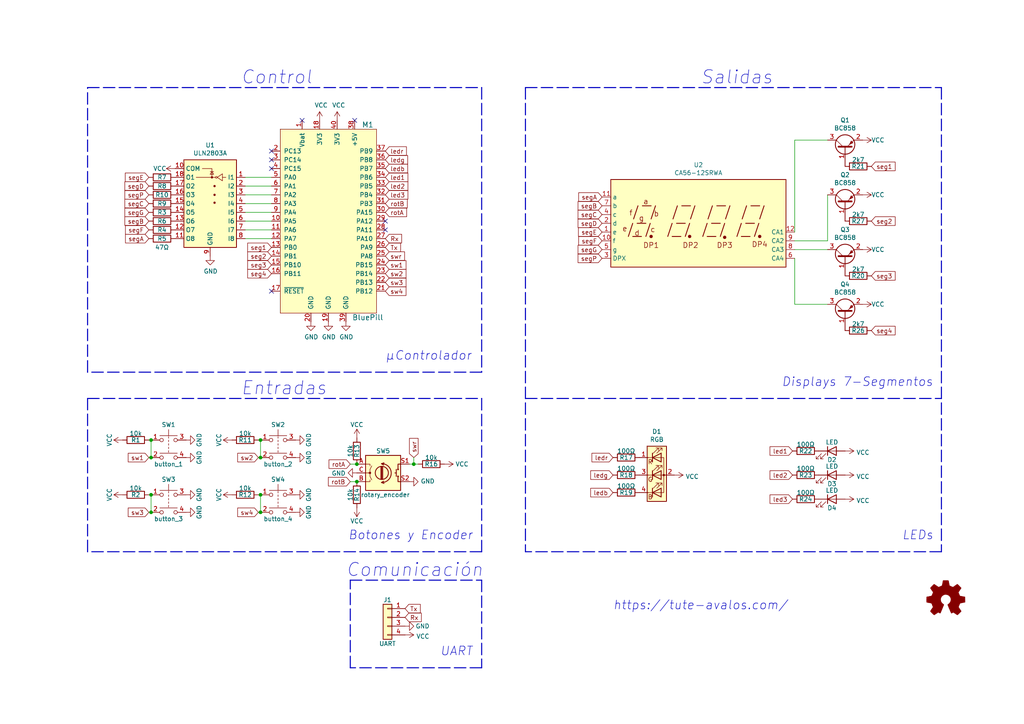
<source format=kicad_sch>
(kicad_sch (version 20231120) (generator "eeschema") (generator_version "8.0")
  (paper "A4")
  (title_block (title "STM32-BluePill Digital I/O Board") (date "2021-08-04") (rev "v3.2") (company "Electrónica + Programación + GNU/Linux") (comment 3 "MIT License (https://opensource.org/licenses/MIT)") (comment 4 "Author: Matías S. Ávalos (msavalos@gmail.com)"))
  (lib_symbols
    (symbol "Connector_Generic:Conn_01x04" (pin_names (offset 1.016) hide)
      (property "Reference" "J" (at 0 5.08 0))
      (property "Value" "Conn_01x04" (at 0 -7.62 0))
      (symbol "Conn_01x04_1_1"
        (pin passive line (at -5.08 2.54 0) (length 3.81) (name "Pin_1") (number "1"))
        (pin passive line (at -5.08 0 0) (length 3.81) (name "Pin_2") (number "2"))
        (pin passive line (at -5.08 -2.54 0) (length 3.81) (name "Pin_3") (number "3"))
        (pin passive line (at -5.08 -5.08 0) (length 3.81) (name "Pin_4") (number "4"))
      )
    )
    (symbol "Device:LED" (pin_numbers hide) (pin_names (offset 1.016) hide)
      (property "Reference" "D" (at 0 2.54 0))
      (property "Value" "LED" (at 0 -2.54 0))
      (symbol "LED_1_1"
        (pin passive line (at -3.81 0 0) (length 2.54) (name "K") (number "1"))
        (pin passive line (at 3.81 0 180) (length 2.54) (name "A") (number "2"))
      )
    )
    (symbol "Device:LED_RAGB" (pin_names (offset 0) hide)
      (property "Reference" "D" (at 0 9.398 0))
      (property "Value" "LED_RAGB" (at 0 -8.89 0))
      (symbol "LED_RAGB_0_0"
        (text "B" (at -1.905 -6.35 0) (effects (font (size 1.27 1.27))))
        (text "G" (at -1.905 -1.27 0) (effects (font (size 1.27 1.27))))
        (text "R" (at -1.905 3.81 0) (effects (font (size 1.27 1.27))))
      )
      (symbol "LED_RAGB_1_1"
        (pin passive line (at -5.08 5.08 0) (length 2.54) (name "RK") (number "1"))
        (pin passive line (at 5.08 0 180) (length 2.54) (name "A") (number "2"))
        (pin passive line (at -5.08 0 0) (length 2.54) (name "GK") (number "3"))
        (pin passive line (at -5.08 -5.08 0) (length 2.54) (name "BK") (number "4"))
      )
    )
    (symbol "Device:R" (pin_numbers hide) (pin_names (offset 0))
      (property "Reference" "R" (at 2.032 0 90))
      (property "Value" "R" (at 0 0 90))
      (symbol "R_1_1"
        (pin passive line (at 0 3.81 270) (length 1.27) (name "~") (number "1"))
        (pin passive line (at 0 -3.81 90) (length 1.27) (name "~") (number "2"))
      )
    )
    (symbol "Display_Character:CA56-12SRWA"
      (property "Reference" "U" (at -24.13 13.97 0))
      (property "Value" "CA56-12SRWA" (at 17.78 13.97 0))
      (symbol "CA56-12SRWA_0_0"
        (text "a" (at -15.24 6.35 0) (effects (font (size 1.524 1.524))))
        (text "b" (at -12.192 2.794 0) (effects (font (size 1.524 1.524))))
        (text "c" (at -13.208 -1.778 0) (effects (font (size 1.524 1.524))))
        (text "d" (at -17.78 -2.794 0) (effects (font (size 1.524 1.524))))
        (text "DP1" (at -13.716 -6.35 0) (effects (font (size 1.524 1.524))))
        (text "DP2" (at -2.286 -6.35 0) (effects (font (size 1.524 1.524))))
        (text "DP3" (at 7.62 -6.35 0) (effects (font (size 1.524 1.524))))
        (text "DP4" (at 17.78 -6.096 0) (effects (font (size 1.524 1.524))))
        (text "e" (at -21.336 -1.524 0) (effects (font (size 1.524 1.524))))
        (text "f" (at -19.558 3.048 0) (effects (font (size 1.524 1.524))))
        (text "g" (at -16.51 1.524 0) (effects (font (size 1.524 1.524))))
      )
      (symbol "CA56-12SRWA_1_1"
        (pin input line (at -27.94 -2.54 0) (length 2.54) (name "e") (number "1"))
        (pin input line (at -27.94 -5.08 0) (length 2.54) (name "f") (number "10"))
        (pin input line (at -27.94 7.62 0) (length 2.54) (name "a") (number "11"))
        (pin input line (at 27.94 -2.54 180) (length 2.54) (name "CA1") (number "12"))
        (pin input line (at -27.94 0 0) (length 2.54) (name "d") (number "2"))
        (pin input line (at -27.94 -10.16 0) (length 2.54) (name "DPX") (number "3"))
        (pin input line (at -27.94 2.54 0) (length 2.54) (name "c") (number "4"))
        (pin input line (at -27.94 -7.62 0) (length 2.54) (name "g") (number "5"))
        (pin input line (at 27.94 -10.16 180) (length 2.54) (name "CA4") (number "6"))
        (pin input line (at -27.94 5.08 0) (length 2.54) (name "b") (number "7"))
        (pin input line (at 27.94 -7.62 180) (length 2.54) (name "CA3") (number "8"))
        (pin input line (at 27.94 -5.08 180) (length 2.54) (name "CA2") (number "9"))
      )
    )
    (symbol "Graphic:Logo_Open_Hardware_Small" (in_bom no) (on_board no))
    (symbol "Switch:SW_Push_Dual" (pin_names (offset 1.016) hide)
      (property "Reference" "SW" (at 1.27 2.54 0))
      (property "Value" "SW_Push_Dual" (at 0 -6.858 0))
      (symbol "SW_Push_Dual_0_1"
        (pin passive line (at -5.08 0 0) (length 2.54) (name "1") (number "1"))
        (pin passive line (at -5.08 -5.08 0) (length 2.54) (name "2") (number "2"))
        (pin passive line (at 5.08 0 180) (length 2.54) (name "3") (number "3"))
        (pin passive line (at 5.08 -5.08 180) (length 2.54) (name "4") (number "4"))
      )
    )
    (symbol "Transistor_Array:ULN2803A"
      (property "Reference" "U" (at 0 13.335 0))
      (property "Value" "ULN2803A" (at 0 11.43 0))
      (symbol "ULN2803A_1_1"
        (pin input line (at -10.16 5.08 0) (length 2.54) (name "I1") (number "1"))
        (pin passive line (at 10.16 7.62 180) (length 2.54) (name "COM") (number "10"))
        (pin open_collector line (at 10.16 -12.7 180) (length 2.54) (name "O8") (number "11"))
        (pin open_collector line (at 10.16 -10.16 180) (length 2.54) (name "O7") (number "12"))
        (pin open_collector line (at 10.16 -7.62 180) (length 2.54) (name "O6") (number "13"))
        (pin open_collector line (at 10.16 -5.08 180) (length 2.54) (name "O5") (number "14"))
        (pin open_collector line (at 10.16 -2.54 180) (length 2.54) (name "O4") (number "15"))
        (pin open_collector line (at 10.16 0 180) (length 2.54) (name "O3") (number "16"))
        (pin open_collector line (at 10.16 2.54 180) (length 2.54) (name "O2") (number "17"))
        (pin open_collector line (at 10.16 5.08 180) (length 2.54) (name "O1") (number "18"))
        (pin input line (at -10.16 2.54 0) (length 2.54) (name "I2") (number "2"))
        (pin input line (at -10.16 0 0) (length 2.54) (name "I3") (number "3"))
        (pin input line (at -10.16 -2.54 0) (length 2.54) (name "I4") (number "4"))
        (pin input line (at -10.16 -5.08 0) (length 2.54) (name "I5") (number "5"))
        (pin input line (at -10.16 -7.62 0) (length 2.54) (name "I6") (number "6"))
        (pin input line (at -10.16 -10.16 0) (length 2.54) (name "I7") (number "7"))
        (pin input line (at -10.16 -12.7 0) (length 2.54) (name "I8") (number "8"))
        (pin power_in line (at 0 -17.78 90) (length 2.54) (name "GND") (number "9"))
      )
    )
    (symbol "Transistor_BJT:BC858" (pin_names (offset 0) hide)
      (property "Reference" "Q" (at 5.08 1.905 0))
      (property "Value" "BC858" (at 5.08 0 0))
      (symbol "BC858_1_1"
        (pin input line (at -5.08 0 0) (length 5.715) (name "B") (number "1"))
        (pin passive line (at 2.54 -5.08 90) (length 2.54) (name "E") (number "2"))
        (pin passive line (at 2.54 5.08 270) (length 2.54) (name "C") (number "3"))
      )
    )
    (symbol "bluepill:BluePill" (pin_names (offset 1.016))
      (property "Reference" "M" (at 10.16 27.94 0))
      (property "Value" "BluePill" (at 10.16 -27.94 0))
      (symbol "BluePill_0_0"
        (pin power_in line (at -5.08 -29.21 90) (length 2.54) (name "GND") (number "20"))
        (pin power_in line (at 5.08 -29.21 90) (length 2.54) (name "GND") (number "39"))
        (pin power_out line (at 2.54 29.21 270) (length 2.54) (name "3V3") (number "40"))
      )
      (symbol "BluePill_1_1"
        (pin power_in line (at -7.62 29.21 270) (length 2.54) (name "Vbat") (number "1"))
        (pin bidirectional line (at -16.51 0 0) (length 2.54) (name "PA5") (number "10"))
        (pin bidirectional line (at -16.51 -2.54 0) (length 2.54) (name "PA6") (number "11"))
        (pin bidirectional line (at -16.51 -5.08 0) (length 2.54) (name "PA7") (number "12"))
        (pin bidirectional line (at -16.51 -7.62 0) (length 2.54) (name "PB0") (number "13"))
        (pin bidirectional line (at -16.51 -10.16 0) (length 2.54) (name "PB1") (number "14"))
        (pin bidirectional line (at -16.51 -12.7 0) (length 2.54) (name "PB10") (number "15"))
        (pin bidirectional line (at -16.51 -15.24 0) (length 2.54) (name "PB11") (number "16"))
        (pin input line (at -16.51 -20.32 0) (length 2.54) (name "~{RESET}") (number "17"))
        (pin power_out line (at -2.54 29.21 270) (length 2.54) (name "3V3") (number "18"))
        (pin power_in line (at 0 -29.21 90) (length 2.54) (name "GND") (number "19"))
        (pin bidirectional line (at -16.51 20.32 0) (length 2.54) (name "PC13") (number "2"))
        (pin bidirectional line (at 16.51 -20.32 180) (length 2.54) (name "PB12") (number "21"))
        (pin bidirectional line (at 16.51 -17.78 180) (length 2.54) (name "PB13") (number "22"))
        (pin bidirectional line (at 16.51 -15.24 180) (length 2.54) (name "PB14") (number "23"))
        (pin bidirectional line (at 16.51 -12.7 180) (length 2.54) (name "PB15") (number "24"))
        (pin bidirectional line (at 16.51 -10.16 180) (length 2.54) (name "PA8") (number "25"))
        (pin bidirectional line (at 16.51 -7.62 180) (length 2.54) (name "PA9") (number "26"))
        (pin bidirectional line (at 16.51 -5.08 180) (length 2.54) (name "PA10") (number "27"))
        (pin bidirectional line (at 16.51 -2.54 180) (length 2.54) (name "PA11") (number "28"))
        (pin bidirectional line (at 16.51 0 180) (length 2.54) (name "PA12") (number "29"))
        (pin bidirectional line (at -16.51 17.78 0) (length 2.54) (name "PC14") (number "3"))
        (pin bidirectional line (at 16.51 2.54 180) (length 2.54) (name "PA15") (number "30"))
        (pin bidirectional line (at 16.51 5.08 180) (length 2.54) (name "PB3") (number "31"))
        (pin bidirectional line (at 16.51 7.62 180) (length 2.54) (name "PB4") (number "32"))
        (pin bidirectional line (at 16.51 10.16 180) (length 2.54) (name "PB5") (number "33"))
        (pin bidirectional line (at 16.51 12.7 180) (length 2.54) (name "PB6") (number "34"))
        (pin bidirectional line (at 16.51 15.24 180) (length 2.54) (name "PB7") (number "35"))
        (pin bidirectional line (at 16.51 17.78 180) (length 2.54) (name "PB8") (number "36"))
        (pin bidirectional line (at 16.51 20.32 180) (length 2.54) (name "PB9") (number "37"))
        (pin power_out line (at 7.62 29.21 270) (length 2.54) (name "+5V") (number "38"))
        (pin bidirectional line (at -16.51 15.24 0) (length 2.54) (name "PC15") (number "4"))
        (pin bidirectional line (at -16.51 12.7 0) (length 2.54) (name "PA0") (number "5"))
        (pin bidirectional line (at -16.51 10.16 0) (length 2.54) (name "PA1") (number "6"))
        (pin bidirectional line (at -16.51 7.62 0) (length 2.54) (name "PA2") (number "7"))
        (pin bidirectional line (at -16.51 5.08 0) (length 2.54) (name "PA3") (number "8"))
        (pin bidirectional line (at -16.51 2.54 0) (length 2.54) (name "PA4") (number "9"))
      )
    )
    (symbol "stm32io_mod-rescue:GND-power" (power) (pin_names (offset 0))
      (property "Value" "power_GND" (at 0 -3.81 0))
      (symbol "GND-power_1_1"
        (pin power_in line (at 0 0 270) (length 0) hide (name "GND") (number "1"))
      )
    )
    (symbol "stm32io_mod-rescue:Rotary_Encoder_Switch-Device" (pin_names (offset 0.254) hide)
      (property "Reference" "SW" (at 0 6.604 0))
      (property "Value" "Device_Rotary_Encoder_Switch" (at 0 -6.604 0))
      (symbol "Rotary_Encoder_Switch-Device_1_1"
        (pin passive line (at -7.62 2.54 0) (length 2.54) (name "A") (number "A"))
        (pin passive line (at -7.62 -2.54 0) (length 2.54) (name "B") (number "B"))
        (pin passive line (at -7.62 0 0) (length 2.54) (name "C") (number "C"))
        (pin passive line (at 7.62 2.54 180) (length 2.54) (name "S1") (number "S1"))
        (pin passive line (at 7.62 -2.54 180) (length 2.54) (name "S2") (number "S2"))
      )
    )
    (symbol "stm32io_mod-rescue:VCC-power" (power) (pin_names (offset 0))
      (property "Value" "power_VCC" (at 0 3.81 0))
      (symbol "VCC-power_1_1"
        (pin power_in line (at 0 0 90) (length 0) hide (name "VCC") (number "1"))
      )
    )
  )
  (junction (at 75.565 132.715))
  (junction (at 75.565 148.59))
  (junction (at 43.815 143.51))
  (junction (at 75.565 143.51))
  (junction (at 75.565 127.635))
  (junction (at 43.815 127.635))
  (junction (at 43.815 132.715))
  (junction (at 103.505 134.62))
  (junction (at 120.015 134.62))
  (junction (at 103.505 139.7))
  (junction (at 43.815 148.59))
  (no_connect (at 87.63 34.925))
  (no_connect (at 111.76 64.135))
  (no_connect (at 111.76 66.675))
  (no_connect (at 78.74 43.815))
  (no_connect (at 102.87 34.925))
  (no_connect (at 78.74 84.455))
  (no_connect (at 78.74 46.355))
  (no_connect (at 78.74 48.895))
  (wire (pts (xy 43.815 143.51) (xy 43.18 143.51)))
  (polyline (pts (xy 152.4 115.57) (xy 273.05 115.57)) (stroke (width 0.3048) (type dash)))
  (polyline (pts (xy 273.05 160.02) (xy 152.4 160.02)) (stroke (width 0.3048) (type dash)))
  (wire (pts (xy 120.015 132.715) (xy 120.015 134.62)))
  (wire (pts (xy 43.18 132.715) (xy 43.815 132.715)))
  (wire (pts (xy 71.12 69.215) (xy 78.74 69.215)))
  (wire (pts (xy 71.12 59.055) (xy 78.74 59.055)))
  (polyline (pts (xy 25.4 25.4) (xy 139.7 25.4)) (stroke (width 0.3048) (type dash)))
  (wire (pts (xy 43.815 148.59) (xy 43.18 148.59)))
  (polyline (pts (xy 152.4 25.4) (xy 273.05 25.4)) (stroke (width 0.3048) (type dash)))
  (wire (pts (xy 240.03 88.265) (xy 230.505 88.265)))
  (polyline (pts (xy 139.7 107.95) (xy 25.4 107.95)) (stroke (width 0.3048) (type dash)))
  (polyline (pts (xy 25.4 115.57) (xy 139.7 115.57)) (stroke (width 0.3048) (type dash)))
  (wire (pts (xy 230.505 74.93) (xy 230.505 88.265)))
  (polyline (pts (xy 101.6 168.275) (xy 139.7 168.275)) (stroke (width 0.3048) (type dash)))
  (wire (pts (xy 101.6 134.62) (xy 103.505 134.62)))
  (wire (pts (xy 75.565 132.715) (xy 74.93 132.715)))
  (wire (pts (xy 71.12 64.135) (xy 78.74 64.135)))
  (polyline (pts (xy 139.7 25.4) (xy 139.7 107.95)) (stroke (width 0.3048) (type dash)))
  (polyline (pts (xy 101.6 193.675) (xy 101.6 168.275)) (stroke (width 0.3048) (type dash)))
  (wire (pts (xy 230.505 69.85) (xy 240.03 69.85)))
  (wire (pts (xy 75.565 132.715) (xy 75.565 127.635)))
  (wire (pts (xy 230.505 72.39) (xy 240.03 72.39)))
  (wire (pts (xy 75.565 127.635) (xy 74.93 127.635)))
  (polyline (pts (xy 152.4 25.4) (xy 152.4 160.02)) (stroke (width 0.3048) (type dash)))
  (polyline (pts (xy 25.4 160.02) (xy 25.4 115.57)) (stroke (width 0.3048) (type dash)))
  (wire (pts (xy 230.505 40.64) (xy 230.505 67.31)))
  (wire (pts (xy 75.565 143.51) (xy 75.565 148.59)))
  (polyline (pts (xy 25.4 107.95) (xy 25.4 25.4)) (stroke (width 0.3048) (type dash)))
  (wire (pts (xy 71.12 53.975) (xy 78.74 53.975)))
  (wire (pts (xy 71.12 61.595) (xy 78.74 61.595)))
  (wire (pts (xy 78.74 56.515) (xy 71.12 56.515)))
  (wire (pts (xy 240.03 56.515) (xy 240.03 69.85)))
  (wire (pts (xy 75.565 143.51) (xy 74.93 143.51)))
  (polyline (pts (xy 139.7 193.675) (xy 101.6 193.675)) (stroke (width 0.3048) (type dash)))
  (wire (pts (xy 71.12 51.435) (xy 78.74 51.435)))
  (wire (pts (xy 120.015 134.62) (xy 121.285 134.62)))
  (polyline (pts (xy 139.7 168.275) (xy 139.7 193.675)) (stroke (width 0.3048) (type dash)))
  (wire (pts (xy 43.815 143.51) (xy 43.815 148.59)))
  (wire (pts (xy 118.745 134.62) (xy 120.015 134.62)))
  (wire (pts (xy 240.03 40.64) (xy 230.505 40.64)))
  (wire (pts (xy 71.12 66.675) (xy 78.74 66.675)))
  (polyline (pts (xy 139.7 160.02) (xy 25.4 160.02)) (stroke (width 0.3048) (type dash)))
  (polyline (pts (xy 273.05 25.4) (xy 273.05 160.02)) (stroke (width 0.3048) (type dash)))
  (wire (pts (xy 43.18 127.635) (xy 43.815 127.635)))
  (wire (pts (xy 43.815 127.635) (xy 43.815 132.715)))
  (wire (pts (xy 103.505 139.7) (xy 101.6 139.7)))
  (wire (pts (xy 74.93 148.59) (xy 75.565 148.59)))
  (polyline (pts (xy 139.7 115.57) (xy 139.7 160.02)) (stroke (width 0.3048) (type dash)))
  (text "Displays 7-Segmentos" (at 226.695 112.395 0) (effects (font (size 2.54 2.54) (italic yes)) (justify left bottom)))
  (text "Salidas" (at 203.2 24.765 0) (effects (font (size 3.81 3.81) (italic yes)) (justify left bottom)))
  (text "Entradas" (at 69.85 114.935 0) (effects (font (size 3.81 3.81) (italic yes)) (justify left bottom)))
  (text "Comunicación" (at 100.33 167.64 0) (effects (font (size 3.81 3.81) (italic yes)) (justify left bottom)))
  (text "Botones y Encoder" (at 100.965 156.845 0) (effects (font (size 2.54 2.54) (italic yes)) (justify left bottom)))
  (text "LEDs" (at 261.62 156.845 0) (effects (font (size 2.54 2.54) (italic yes)) (justify left bottom)))
  (text "Control" (at 69.85 24.765 0) (effects (font (size 3.81 3.81) (italic yes)) (justify left bottom)))
  (text "UART" (at 127.635 190.5 0) (effects (font (size 2.54 2.54) (italic yes)) (justify left bottom)))
  (text "µControlador" (at 111.76 104.775 0) (effects (font (size 2.54 2.54) (italic yes)) (justify left bottom)))
  (text "MIT License\n\nCopyright (c) 2020-2025 Matías S. Ávalos (msavalos@gmail.com)\n\nPermission is hereby granted, free of charge, to any person obtaining a copy\nof this software and associated documentation files (the \"Software\"), to deal\nin the Software without restriction, including without limitation the rights\nto use, copy, modify, merge, publish, distribute, sublicense, and/or sell\ncopies of the Software, and to permit persons to whom the Software is\nfurnished to do so, subject to the following conditions:\n\nThe above copyright notice and this permission notice shall be included in all\ncopies or substantial portions of the Software.\n\nTHE SOFTWARE IS PROVIDED \"AS IS\", WITHOUT WARRANTY OF ANY KIND, EXPRESS OR\nIMPLIED, INCLUDING BUT NOT LIMITED TO THE WARRANTIES OF MERCHANTABILITY,\nFITNESS FOR A PARTICULAR PURPOSE AND NONINFRINGEMENT. IN NO EVENT SHALL THE\nAUTHORS OR COPYRIGHT HOLDERS BE LIABLE FOR ANY CLAIM, DAMAGES OR OTHER\nLIABILITY, WHETHER IN AN ACTION OF CONTRACT, TORT OR OTHERWISE, ARISING FROM,\nOUT OF OR IN CONNECTION WITH THE SOFTWARE OR THE USE OR OTHER DEALINGS IN THE\nSOFTWARE.\n" (at 1.905 -1.27 0) (effects (font (size 2.6924 2.6924)) (justify left bottom)))
  (text "https://tute-avalos.com/" (at 177.8 177.165 0) (effects (font (size 2.54 2.54) (italic yes)) (justify left bottom)))
  (global_label "sw1" (shape input) (at 111.76 76.835 0) (property "Intersheetrefs" "${INTERSHEET_REFS}" (effects (hide yes))))
  (global_label "seg4" (shape input) (at 252.73 95.885 0) (property "Intersheetrefs" "${INTERSHEET_REFS}" (effects (hide yes))))
  (global_label "segF" (shape input) (at 174.625 69.85 180) (property "Intersheetrefs" "${INTERSHEET_REFS}" (effects (hide yes))))
  (global_label "segD" (shape input) (at 43.18 53.975 180) (property "Intersheetrefs" "${INTERSHEET_REFS}" (effects (hide yes))))
  (global_label "led3" (shape input) (at 229.87 144.78 180) (property "Intersheetrefs" "${INTERSHEET_REFS}" (effects (hide yes))))
  (global_label "led3" (shape input) (at 111.76 56.515 0) (property "Intersheetrefs" "${INTERSHEET_REFS}" (effects (hide yes))))
  (global_label "seg4" (shape input) (at 78.74 79.375 180) (property "Intersheetrefs" "${INTERSHEET_REFS}" (effects (hide yes))))
  (global_label "segE" (shape input) (at 174.625 67.31 180) (property "Intersheetrefs" "${INTERSHEET_REFS}" (effects (hide yes))))
  (global_label "rotB" (shape input) (at 101.6 139.7 180) (property "Intersheetrefs" "${INTERSHEET_REFS}" (effects (hide yes))))
  (global_label "segC" (shape input) (at 174.625 62.23 180) (property "Intersheetrefs" "${INTERSHEET_REFS}" (effects (hide yes))))
  (global_label "Rx" (shape input) (at 111.76 69.215 0) (property "Intersheetrefs" "${INTERSHEET_REFS}" (effects (hide yes))))
  (global_label "sw3" (shape input) (at 43.18 148.59 180) (property "Intersheetrefs" "${INTERSHEET_REFS}" (effects (hide yes))))
  (global_label "Rx" (shape input) (at 117.475 179.07 0) (property "Intersheetrefs" "${INTERSHEET_REFS}" (effects (hide yes))))
  (global_label "rotA" (shape input) (at 111.76 61.595 0) (property "Intersheetrefs" "${INTERSHEET_REFS}" (effects (hide yes))))
  (global_label "ledr" (shape input) (at 177.8 132.715 180) (property "Intersheetrefs" "${INTERSHEET_REFS}" (effects (hide yes))))
  (global_label "sw4" (shape input) (at 74.93 148.59 180) (property "Intersheetrefs" "${INTERSHEET_REFS}" (effects (hide yes))))
  (global_label "sw1" (shape input) (at 43.18 132.715 180) (property "Intersheetrefs" "${INTERSHEET_REFS}" (effects (hide yes))))
  (global_label "seg1" (shape input) (at 78.74 71.755 180) (property "Intersheetrefs" "${INTERSHEET_REFS}" (effects (hide yes))))
  (global_label "segG" (shape input) (at 174.625 72.39 180) (property "Intersheetrefs" "${INTERSHEET_REFS}" (effects (hide yes))))
  (global_label "sw2" (shape input) (at 74.93 132.715 180) (property "Intersheetrefs" "${INTERSHEET_REFS}" (effects (hide yes))))
  (global_label "seg1" (shape input) (at 252.73 48.26 0) (property "Intersheetrefs" "${INTERSHEET_REFS}" (effects (hide yes))))
  (global_label "sw4" (shape input) (at 111.76 84.455 0) (property "Intersheetrefs" "${INTERSHEET_REFS}" (effects (hide yes))))
  (global_label "segB" (shape input) (at 43.18 64.135 180) (property "Intersheetrefs" "${INTERSHEET_REFS}" (effects (hide yes))))
  (global_label "segC" (shape input) (at 43.18 59.055 180) (property "Intersheetrefs" "${INTERSHEET_REFS}" (effects (hide yes))))
  (global_label "seg2" (shape input) (at 252.73 64.135 0) (property "Intersheetrefs" "${INTERSHEET_REFS}" (effects (hide yes))))
  (global_label "seg2" (shape input) (at 78.74 74.295 180) (property "Intersheetrefs" "${INTERSHEET_REFS}" (effects (hide yes))))
  (global_label "led1" (shape input) (at 111.76 51.435 0) (property "Intersheetrefs" "${INTERSHEET_REFS}" (effects (hide yes))))
  (global_label "led1" (shape input) (at 229.87 130.81 180) (property "Intersheetrefs" "${INTERSHEET_REFS}" (effects (hide yes))))
  (global_label "ledb" (shape input) (at 111.76 48.895 0) (property "Intersheetrefs" "${INTERSHEET_REFS}" (effects (hide yes))))
  (global_label "led2" (shape input) (at 111.76 53.975 0) (property "Intersheetrefs" "${INTERSHEET_REFS}" (effects (hide yes))))
  (global_label "segF" (shape input) (at 43.18 66.675 180) (property "Intersheetrefs" "${INTERSHEET_REFS}" (effects (hide yes))))
  (global_label "ledb" (shape input) (at 177.8 142.875 180) (property "Intersheetrefs" "${INTERSHEET_REFS}" (effects (hide yes))))
  (global_label "rotA" (shape input) (at 101.6 134.62 180) (property "Intersheetrefs" "${INTERSHEET_REFS}" (effects (hide yes))))
  (global_label "swr" (shape input) (at 111.76 74.295 0) (property "Intersheetrefs" "${INTERSHEET_REFS}" (effects (hide yes))))
  (global_label "sw2" (shape input) (at 111.76 79.375 0) (property "Intersheetrefs" "${INTERSHEET_REFS}" (effects (hide yes))))
  (global_label "ledg" (shape input) (at 177.8 137.795 180) (property "Intersheetrefs" "${INTERSHEET_REFS}" (effects (hide yes))))
  (global_label "segE" (shape input) (at 43.18 51.435 180) (property "Intersheetrefs" "${INTERSHEET_REFS}" (effects (hide yes))))
  (global_label "rotB" (shape input) (at 111.76 59.055 0) (property "Intersheetrefs" "${INTERSHEET_REFS}" (effects (hide yes))))
  (global_label "sw3" (shape input) (at 111.76 81.915 0) (property "Intersheetrefs" "${INTERSHEET_REFS}" (effects (hide yes))))
  (global_label "Tx" (shape input) (at 117.475 176.53 0) (property "Intersheetrefs" "${INTERSHEET_REFS}" (effects (hide yes))))
  (global_label "segP" (shape input) (at 43.18 56.515 180) (property "Intersheetrefs" "${INTERSHEET_REFS}" (effects (hide yes))))
  (global_label "segD" (shape input) (at 174.625 64.77 180) (property "Intersheetrefs" "${INTERSHEET_REFS}" (effects (hide yes))))
  (global_label "swr" (shape input) (at 120.015 132.715 90) (property "Intersheetrefs" "${INTERSHEET_REFS}" (effects (hide yes))))
  (global_label "Tx" (shape input) (at 111.76 71.755 0) (property "Intersheetrefs" "${INTERSHEET_REFS}" (effects (hide yes))))
  (global_label "seg3" (shape input) (at 252.73 80.01 0) (property "Intersheetrefs" "${INTERSHEET_REFS}" (effects (hide yes))))
  (global_label "segA" (shape input) (at 174.625 57.15 180) (property "Intersheetrefs" "${INTERSHEET_REFS}" (effects (hide yes))))
  (global_label "ledr" (shape input) (at 111.76 43.815 0) (property "Intersheetrefs" "${INTERSHEET_REFS}" (effects (hide yes))))
  (global_label "led2" (shape input) (at 229.87 137.795 180) (property "Intersheetrefs" "${INTERSHEET_REFS}" (effects (hide yes))))
  (global_label "segA" (shape input) (at 43.18 69.215 180) (property "Intersheetrefs" "${INTERSHEET_REFS}" (effects (hide yes))))
  (global_label "segG" (shape input) (at 43.18 61.595 180) (property "Intersheetrefs" "${INTERSHEET_REFS}" (effects (hide yes))))
  (global_label "segB" (shape input) (at 174.625 59.69 180) (property "Intersheetrefs" "${INTERSHEET_REFS}" (effects (hide yes))))
  (global_label "ledg" (shape input) (at 111.76 46.355 0) (property "Intersheetrefs" "${INTERSHEET_REFS}" (effects (hide yes))))
  (global_label "segP" (shape input) (at 174.625 74.93 180) (property "Intersheetrefs" "${INTERSHEET_REFS}" (effects (hide yes))))
  (global_label "seg3" (shape input) (at 78.74 76.835 180) (property "Intersheetrefs" "${INTERSHEET_REFS}" (effects (hide yes))))
  (symbol (lib_id "bluepill:BluePill") (at 95.25 64.135 0) (unit 1)
    (property "Reference" "M1" (at 106.68 36.195 0) (effects (font (size 1.524 1.524))))
    (property "Value" "BluePill" (at 106.68 92.075 0) (effects (font (size 1.524 1.524))))
    (property "Footprint" "bluepill:BluePill" (effects (hide yes)))
  )
  (symbol (lib_id "Switch:SW_Push_Dual") (at 48.895 127.635 0) (unit 1)
    (property "Reference" "SW1" (at 48.895 123.19 0))
    (property "Value" "button_1" (at 48.895 134.62 0))
    (property "Footprint" "Button_Switch_THT:SW_TH_Tactile_Omron_B3F-10xx" (effects (hide yes)))
  )
  (symbol (lib_id "Switch:SW_Push_Dual") (at 48.895 143.51 0) (unit 1)
    (property "Reference" "SW3" (at 48.895 139.065 0))
    (property "Value" "button_3" (at 48.895 150.495 0))
    (property "Footprint" "Button_Switch_THT:SW_TH_Tactile_Omron_B3F-10xx" (effects (hide yes)))
  )
  (symbol (lib_id "Switch:SW_Push_Dual") (at 80.645 127.635 0) (unit 1)
    (property "Reference" "SW2" (at 80.645 123.19 0))
    (property "Value" "button_2" (at 80.645 134.62 0))
    (property "Footprint" "Button_Switch_THT:SW_TH_Tactile_Omron_B3F-10xx" (effects (hide yes)))
  )
  (symbol (lib_id "Switch:SW_Push_Dual") (at 80.645 143.51 0) (unit 1)
    (property "Reference" "SW4" (at 80.645 139.065 0))
    (property "Value" "button_4" (at 80.645 150.495 0))
    (property "Footprint" "Button_Switch_THT:SW_TH_Tactile_Omron_B3F-10xx" (effects (hide yes)))
  )
  (symbol (lib_id "Device:R") (at 71.12 127.635 270) (unit 1)
    (property "Reference" "R11" (at 71.12 127.635 90))
    (property "Value" "10k" (at 71.12 125.73 90))
    (property "Footprint" "Resistor_SMD:R_0805_2012Metric_Pad1.15x1.40mm_HandSolder" (effects (hide yes)))
  )
  (symbol (lib_id "Device:R") (at 39.37 127.635 270) (unit 1)
    (property "Reference" "R1" (at 39.37 127.635 90))
    (property "Value" "10k" (at 39.37 125.73 90))
    (property "Footprint" "Resistor_SMD:R_0805_2012Metric_Pad1.15x1.40mm_HandSolder" (effects (hide yes)))
  )
  (symbol (lib_id "Device:R") (at 39.37 143.51 270) (unit 1)
    (property "Reference" "R2" (at 39.37 143.51 90))
    (property "Value" "10k" (at 39.37 141.605 90))
    (property "Footprint" "Resistor_SMD:R_0805_2012Metric_Pad1.15x1.40mm_HandSolder" (effects (hide yes)))
  )
  (symbol (lib_id "Device:R") (at 71.12 143.51 270) (unit 1)
    (property "Reference" "R12" (at 71.12 143.51 90))
    (property "Value" "10k" (at 71.12 141.605 90))
    (property "Footprint" "Resistor_SMD:R_0805_2012Metric_Pad1.15x1.40mm_HandSolder" (effects (hide yes)))
  )
  (symbol (lib_id "stm32io_mod-rescue:VCC-power") (at 35.56 127.635 90) (unit 1)
    (property "Reference" "#PWR0109" (effects (hide yes)))
    (property "Value" "VCC" (at 31.75 129.54 0) (effects (justify left)))
  )
  (symbol (lib_id "stm32io_mod-rescue:VCC-power") (at 67.31 127.635 90) (unit 1)
    (property "Reference" "#PWR0110" (effects (hide yes)))
    (property "Value" "VCC" (at 63.5 129.54 0) (effects (justify left)))
  )
  (symbol (lib_id "stm32io_mod-rescue:VCC-power") (at 35.56 143.51 90) (unit 1)
    (property "Reference" "#PWR0111" (effects (hide yes)))
    (property "Value" "VCC" (at 31.75 145.415 0) (effects (justify left)))
  )
  (symbol (lib_id "stm32io_mod-rescue:VCC-power") (at 67.31 143.51 90) (unit 1)
    (property "Reference" "#PWR0112" (effects (hide yes)))
    (property "Value" "VCC" (at 63.5 145.415 0) (effects (justify left)))
  )
  (symbol (lib_id "stm32io_mod-rescue:Rotary_Encoder_Switch-Device") (at 111.125 137.16 0) (unit 1)
    (property "Reference" "SW5" (at 111.125 130.81 0))
    (property "Value" "rotary_encoder" (at 111.76 143.51 0))
    (property "Footprint" "Rotary_Encoder:RotaryEncoder_Alps_EC11E-Switch_Vertical_H20mm" (effects (hide yes)))
  )
  (symbol (lib_id "stm32io_mod-rescue:GND-power") (at 53.975 127.635 90) (unit 1)
    (property "Reference" "#PWR0113" (effects (hide yes)))
    (property "Value" "GND" (at 57.785 127.635 0))
  )
  (symbol (lib_id "stm32io_mod-rescue:GND-power") (at 85.725 127.635 90) (unit 1)
    (property "Reference" "#PWR0114" (effects (hide yes)))
    (property "Value" "GND" (at 89.535 127.635 0))
  )
  (symbol (lib_id "stm32io_mod-rescue:GND-power") (at 53.975 143.51 90) (unit 1)
    (property "Reference" "#PWR0115" (effects (hide yes)))
    (property "Value" "GND" (at 57.785 143.51 0))
  )
  (symbol (lib_id "stm32io_mod-rescue:GND-power") (at 85.725 143.51 90) (unit 1)
    (property "Reference" "#PWR0116" (effects (hide yes)))
    (property "Value" "GND" (at 89.535 143.51 0))
  )
  (symbol (lib_id "stm32io_mod-rescue:GND-power") (at 117.475 181.61 90) (unit 1)
    (property "Reference" "#PWR0133" (effects (hide yes)))
    (property "Value" "GND" (at 122.555 181.61 90))
  )
  (symbol (lib_id "Device:LED_RAGB") (at 190.5 137.795 0) (unit 1)
    (property "Reference" "D1" (at 190.5 125.1712 0))
    (property "Value" "RGB" (at 190.5 127.4826 0))
    (property "Footprint" "LED_THT:LED_D5.0mm-4_RGB" (effects (hide yes)))
  )
  (symbol (lib_id "Device:R") (at 248.92 80.01 270) (unit 1)
    (property "Reference" "R20" (at 248.92 80.01 90))
    (property "Value" "2k7" (at 248.92 78.105 90))
    (property "Footprint" "Resistor_SMD:R_0805_2012Metric_Pad1.15x1.40mm_HandSolder" (effects (hide yes)))
  )
  (symbol (lib_id "Device:R") (at 248.92 48.26 270) (unit 1)
    (property "Reference" "R21" (at 248.92 48.26 90))
    (property "Value" "2k7" (at 248.92 46.355 90))
    (property "Footprint" "Resistor_SMD:R_0805_2012Metric_Pad1.15x1.40mm_HandSolder" (effects (hide yes)))
  )
  (symbol (lib_id "Device:R") (at 248.92 64.135 270) (unit 1)
    (property "Reference" "R27" (at 248.92 64.135 90))
    (property "Value" "2k7" (at 248.92 62.23 90))
    (property "Footprint" "Resistor_SMD:R_0805_2012Metric_Pad1.15x1.40mm_HandSolder" (effects (hide yes)))
  )
  (symbol (lib_id "Device:R") (at 248.92 95.885 270) (unit 1)
    (property "Reference" "R26" (at 248.92 95.885 90))
    (property "Value" "2k7" (at 248.92 93.98 90))
    (property "Footprint" "Resistor_SMD:R_0805_2012Metric_Pad1.15x1.40mm_HandSolder" (effects (hide yes)))
  )
  (symbol (lib_id "Device:R") (at 46.99 66.675 270) (mirror x) (unit 1)
    (property "Reference" "R4" (at 46.99 66.675 90))
    (property "Value" "47Ω" (effects (hide yes)))
    (property "Footprint" "Resistor_SMD:R_0805_2012Metric_Pad1.15x1.40mm_HandSolder" (effects (hide yes)))
  )
  (symbol (lib_id "Device:R") (at 46.99 69.215 270) (unit 1)
    (property "Reference" "R5" (at 46.99 69.215 90))
    (property "Value" "47Ω" (effects (hide yes)))
    (property "Footprint" "Resistor_SMD:R_0805_2012Metric_Pad1.15x1.40mm_HandSolder" (effects (hide yes)))
  )
  (symbol (lib_id "Device:R") (at 46.99 51.435 270) (mirror x) (unit 1)
    (property "Reference" "R7" (at 46.99 51.435 90))
    (property "Value" "47Ω" (effects (hide yes)))
    (property "Footprint" "Resistor_SMD:R_0805_2012Metric_Pad1.15x1.40mm_HandSolder" (effects (hide yes)))
  )
  (symbol (lib_id "Device:R") (at 46.99 53.975 270) (mirror x) (unit 1)
    (property "Reference" "R8" (at 46.99 53.975 90))
    (property "Value" "47Ω" (effects (hide yes)))
    (property "Footprint" "Resistor_SMD:R_0805_2012Metric_Pad1.15x1.40mm_HandSolder" (effects (hide yes)))
  )
  (symbol (lib_id "Device:R") (at 46.99 59.055 270) (mirror x) (unit 1)
    (property "Reference" "R9" (at 46.99 59.055 90))
    (property "Value" "47Ω" (effects (hide yes)))
    (property "Footprint" "Resistor_SMD:R_0805_2012Metric_Pad1.15x1.40mm_HandSolder" (effects (hide yes)))
  )
  (symbol (lib_id "Device:R") (at 46.99 56.515 270) (unit 1)
    (property "Reference" "R10" (at 46.99 56.515 90))
    (property "Value" "47Ω" (at 46.99 71.755 90))
    (property "Footprint" "Resistor_SMD:R_0805_2012Metric_Pad1.15x1.40mm_HandSolder" (effects (hide yes)))
  )
  (symbol (lib_id "Device:R") (at 46.99 64.135 270) (unit 1)
    (property "Reference" "R6" (at 46.99 64.135 90))
    (property "Value" "47Ω" (effects (hide yes)))
    (property "Footprint" "Resistor_SMD:R_0805_2012Metric_Pad1.15x1.40mm_HandSolder" (effects (hide yes)))
  )
  (symbol (lib_id "Device:R") (at 125.095 134.62 270) (unit 1)
    (property "Reference" "R16" (at 125.095 134.62 90))
    (property "Value" "10k" (at 125.095 132.715 90))
    (property "Footprint" "Resistor_SMD:R_0805_2012Metric_Pad1.15x1.40mm_HandSolder" (effects (hide yes)))
  )
  (symbol (lib_id "stm32io_mod-rescue:GND-power") (at 118.745 139.7 90) (unit 1)
    (property "Reference" "#PWR0117" (effects (hide yes)))
    (property "Value" "GND" (at 121.9962 139.573 90) (effects (justify right)))
  )
  (symbol (lib_id "stm32io_mod-rescue:VCC-power") (at 128.905 134.62 270) (unit 1)
    (property "Reference" "#PWR0118" (effects (hide yes)))
    (property "Value" "VCC" (at 132.08 134.62 90) (effects (justify left)))
  )
  (symbol (lib_id "Display_Character:CA56-12SRWA") (at 202.565 64.77 0) (unit 1)
    (property "Reference" "U2" (at 202.565 47.8282 0))
    (property "Value" "CA56-12SRWA" (at 202.565 50.1396 0))
    (property "Footprint" "Display_7Segment:CA56-12SRWA" (effects (hide yes)))
    (property "Datasheet" "http://www.kingbrightusa.com/images/catalog/SPEC/CA56-12SRWA.pdf" (effects (hide yes)))
  )
  (symbol (lib_id "stm32io_mod-rescue:VCC-power") (at 92.71 34.925 0) (unit 1)
    (property "Reference" "#PWR0131" (effects (hide yes)))
    (property "Value" "VCC" (at 93.1418 30.5308 0))
  )
  (symbol (lib_id "stm32io_mod-rescue:VCC-power") (at 50.8 48.895 90) (unit 1)
    (property "Reference" "#PWR0101" (effects (hide yes)))
    (property "Value" "VCC" (at 46.355 48.895 90))
  )
  (symbol (lib_id "stm32io_mod-rescue:VCC-power") (at 250.19 40.64 270) (unit 1)
    (property "Reference" "#PWR0102" (effects (hide yes)))
    (property "Value" "VCC" (at 254.635 40.64 90))
  )
  (symbol (lib_id "stm32io_mod-rescue:GND-power") (at 103.505 137.16 270) (unit 1)
    (property "Reference" "#PWR0119" (effects (hide yes)))
    (property "Value" "GND" (at 100.2538 137.287 90) (effects (justify right)))
  )
  (symbol (lib_id "Device:R") (at 103.505 130.81 180) (unit 1)
    (property "Reference" "R13" (at 103.505 130.81 90))
    (property "Value" "10k" (at 101.6 130.81 90))
    (property "Footprint" "Resistor_SMD:R_0805_2012Metric_Pad1.15x1.40mm_HandSolder" (effects (hide yes)))
  )
  (symbol (lib_id "Device:R") (at 103.505 143.51 180) (unit 1)
    (property "Reference" "R14" (at 103.505 143.51 90))
    (property "Value" "10k" (at 101.6 143.51 90))
    (property "Footprint" "Resistor_SMD:R_0805_2012Metric_Pad1.15x1.40mm_HandSolder" (effects (hide yes)))
  )
  (symbol (lib_id "stm32io_mod-rescue:VCC-power") (at 250.19 56.515 270) (unit 1)
    (property "Reference" "#PWR0103" (effects (hide yes)))
    (property "Value" "VCC" (at 254.635 56.515 90))
  )
  (symbol (lib_id "stm32io_mod-rescue:VCC-power") (at 103.505 127 0) (unit 1)
    (property "Reference" "#PWR0120" (effects (hide yes)))
    (property "Value" "VCC" (at 103.505 123.19 0))
  )
  (symbol (lib_id "stm32io_mod-rescue:VCC-power") (at 250.19 72.39 270) (unit 1)
    (property "Reference" "#PWR0104" (effects (hide yes)))
    (property "Value" "VCC" (at 254.635 72.39 90))
  )
  (symbol (lib_id "stm32io_mod-rescue:VCC-power") (at 103.505 147.32 180) (unit 1)
    (property "Reference" "#PWR0121" (effects (hide yes)))
    (property "Value" "VCC" (at 103.505 151.13 0))
  )
  (symbol (lib_id "stm32io_mod-rescue:VCC-power") (at 250.19 88.265 270) (unit 1)
    (property "Reference" "#PWR0127" (effects (hide yes)))
    (property "Value" "VCC" (at 254.635 88.265 90))
  )
  (symbol (lib_id "stm32io_mod-rescue:GND-power") (at 60.96 74.295 0) (unit 1)
    (property "Reference" "#PWR0128" (effects (hide yes)))
    (property "Value" "GND" (at 61.087 78.6892 0))
  )
  (symbol (lib_id "Transistor_BJT:BC858") (at 245.11 43.18 90) (unit 1)
    (property "Reference" "Q1" (at 245.11 34.8488 90))
    (property "Value" "BC858" (at 245.11 37.1602 90))
    (property "Footprint" "Package_TO_SOT_SMD:SOT-23" (effects (hide yes)))
    (property "Datasheet" "http://www.fairchildsemi.com/ds/BC/BC856.pdf" (effects (hide yes)))
  )
  (symbol (lib_id "Transistor_BJT:BC858") (at 245.11 59.055 90) (unit 1)
    (property "Reference" "Q2" (at 245.11 50.7238 90))
    (property "Value" "BC858" (at 245.11 53.0352 90))
    (property "Footprint" "Package_TO_SOT_SMD:SOT-23" (effects (hide yes)))
    (property "Datasheet" "http://www.fairchildsemi.com/ds/BC/BC856.pdf" (effects (hide yes)))
  )
  (symbol (lib_id "Transistor_BJT:BC858") (at 245.11 74.93 90) (unit 1)
    (property "Reference" "Q3" (at 245.11 66.5988 90))
    (property "Value" "BC858" (at 245.11 68.9102 90))
    (property "Footprint" "Package_TO_SOT_SMD:SOT-23" (effects (hide yes)))
    (property "Datasheet" "http://www.fairchildsemi.com/ds/BC/BC856.pdf" (effects (hide yes)))
  )
  (symbol (lib_id "Transistor_BJT:BC858") (at 245.11 90.805 90) (unit 1)
    (property "Reference" "Q4" (at 245.11 82.4738 90))
    (property "Value" "BC858" (at 245.11 84.7852 90))
    (property "Footprint" "Package_TO_SOT_SMD:SOT-23" (effects (hide yes)))
    (property "Datasheet" "http://www.fairchildsemi.com/ds/BC/BC856.pdf" (effects (hide yes)))
  )
  (symbol (lib_id "Transistor_Array:ULN2803A") (at 60.96 56.515 0) (mirror y) (unit 1)
    (property "Reference" "U1" (at 60.96 42.1132 0))
    (property "Value" "ULN2803A" (at 60.96 44.4246 0))
    (property "Footprint" "Package_SO:SOIC-18W_7.5x11.6mm_P1.27mm" (effects (hide yes)))
    (property "Datasheet" "http://www.ti.com/lit/ds/symlink/uln2803a.pdf" (effects (hide yes)))
  )
  (symbol (lib_id "Graphic:Logo_Open_Hardware_Small") (at 274.32 173.99 0) (unit 1)
    (property "Reference" "#LOGO1" (effects (hide yes)))
    (property "Value" "Logo_Open_Hardware_Small" (effects (hide yes)))
  )
  (symbol (lib_id "stm32io_mod-rescue:GND-power") (at 90.17 93.345 0) (unit 1)
    (property "Reference" "#PWR0106" (effects (hide yes)))
    (property "Value" "GND" (at 90.297 97.7392 0))
  )
  (symbol (lib_id "stm32io_mod-rescue:GND-power") (at 95.25 93.345 0) (unit 1)
    (property "Reference" "#PWR0107" (effects (hide yes)))
    (property "Value" "GND" (at 95.377 97.7392 0))
  )
  (symbol (lib_id "stm32io_mod-rescue:GND-power") (at 100.33 93.345 0) (unit 1)
    (property "Reference" "#PWR0108" (effects (hide yes)))
    (property "Value" "GND" (at 100.457 97.7392 0))
  )
  (symbol (lib_id "Device:LED") (at 241.3 130.81 0) (unit 1)
    (property "Reference" "D2" (at 241.3 133.35 0))
    (property "Value" "LED" (at 241.3 128.27 0))
    (property "Footprint" "LED_THT:LED_D3.0mm_Clear" (effects (hide yes)))
  )
  (symbol (lib_id "Device:LED") (at 241.3 137.795 0) (unit 1)
    (property "Reference" "D3" (at 241.3 140.335 0))
    (property "Value" "LED" (at 241.3 135.255 0))
    (property "Footprint" "LED_THT:LED_D3.0mm_Clear" (effects (hide yes)))
  )
  (symbol (lib_id "Device:LED") (at 241.3 144.78 0) (unit 1)
    (property "Reference" "D4" (at 241.3 147.32 0))
    (property "Value" "LED" (at 241.3 142.24 0))
    (property "Footprint" "LED_THT:LED_D3.0mm_Clear" (effects (hide yes)))
  )
  (symbol (lib_id "Device:R") (at 233.68 130.81 270) (unit 1)
    (property "Reference" "R22" (at 233.68 130.81 90))
    (property "Value" "100Ω" (at 233.68 128.905 90))
    (property "Footprint" "Resistor_SMD:R_0805_2012Metric_Pad1.15x1.40mm_HandSolder" (effects (hide yes)))
  )
  (symbol (lib_id "Device:R") (at 233.68 137.795 270) (unit 1)
    (property "Reference" "R23" (at 233.68 137.795 90))
    (property "Value" "100Ω" (at 233.68 135.89 90))
    (property "Footprint" "Resistor_SMD:R_0805_2012Metric_Pad1.15x1.40mm_HandSolder" (effects (hide yes)))
  )
  (symbol (lib_id "Device:R") (at 233.68 144.78 270) (unit 1)
    (property "Reference" "R24" (at 233.68 144.78 90))
    (property "Value" "100Ω" (at 233.68 142.875 90))
    (property "Footprint" "Resistor_SMD:R_0805_2012Metric_Pad1.15x1.40mm_HandSolder" (effects (hide yes)))
  )
  (symbol (lib_id "Device:R") (at 181.61 132.715 270) (unit 1)
    (property "Reference" "R17" (at 181.61 132.715 90))
    (property "Value" "100Ω" (at 181.61 130.81 90))
    (property "Footprint" "Resistor_SMD:R_0805_2012Metric_Pad1.15x1.40mm_HandSolder" (effects (hide yes)))
  )
  (symbol (lib_id "Device:R") (at 181.61 137.795 270) (unit 1)
    (property "Reference" "R18" (at 181.61 137.795 90))
    (property "Value" "100Ω" (at 181.61 135.89 90))
    (property "Footprint" "Resistor_SMD:R_0805_2012Metric_Pad1.15x1.40mm_HandSolder" (effects (hide yes)))
  )
  (symbol (lib_id "Device:R") (at 181.61 142.875 270) (unit 1)
    (property "Reference" "R19" (at 181.61 142.875 90))
    (property "Value" "100Ω" (at 181.61 140.97 90))
    (property "Footprint" "Resistor_SMD:R_0805_2012Metric_Pad1.15x1.40mm_HandSolder" (effects (hide yes)))
  )
  (symbol (lib_id "Connector_Generic:Conn_01x04") (at 112.395 179.07 0) (mirror y) (unit 1)
    (property "Reference" "J1" (at 112.395 173.99 0))
    (property "Value" "UART" (at 112.395 186.69 0))
    (property "Footprint" "Connector_PinHeader_2.54mm:PinHeader_1x04_P2.54mm_Vertical" (effects (hide yes)))
  )
  (symbol (lib_id "stm32io_mod-rescue:GND-power") (at 53.975 132.715 90) (unit 1)
    (property "Reference" "#PWR0105" (effects (hide yes)))
    (property "Value" "GND" (at 57.785 132.715 0))
  )
  (symbol (lib_id "stm32io_mod-rescue:GND-power") (at 53.975 148.59 90) (unit 1)
    (property "Reference" "#PWR0129" (effects (hide yes)))
    (property "Value" "GND" (at 57.785 148.59 0))
  )
  (symbol (lib_id "stm32io_mod-rescue:GND-power") (at 85.725 148.59 90) (unit 1)
    (property "Reference" "#PWR0130" (effects (hide yes)))
    (property "Value" "GND" (at 89.535 148.59 0))
  )
  (symbol (lib_id "stm32io_mod-rescue:GND-power") (at 85.725 132.715 90) (unit 1)
    (property "Reference" "#PWR0132" (effects (hide yes)))
    (property "Value" "GND" (at 89.535 132.715 0))
  )
  (symbol (lib_id "Device:R") (at 46.99 61.595 270) (mirror x) (unit 1)
    (property "Reference" "R3" (at 46.99 61.595 90))
    (property "Value" "47Ω" (effects (hide yes)))
    (property "Footprint" "Resistor_SMD:R_0805_2012Metric_Pad1.15x1.40mm_HandSolder" (effects (hide yes)))
  )
  (symbol (lib_id "stm32io_mod-rescue:VCC-power") (at 195.58 137.795 270) (unit 1)
    (property "Reference" "#PWR0122" (effects (hide yes)))
    (property "Value" "VCC" (at 198.8312 138.2268 90) (effects (justify left)))
  )
  (symbol (lib_id "stm32io_mod-rescue:VCC-power") (at 97.79 34.925 0) (unit 1)
    (property "Reference" "#PWR0134" (effects (hide yes)))
    (property "Value" "VCC" (at 98.2218 30.5308 0))
  )
  (symbol (lib_id "stm32io_mod-rescue:VCC-power") (at 117.475 184.15 270) (unit 1)
    (property "Reference" "#PWR0135" (effects (hide yes)))
    (property "Value" "VCC" (at 120.7262 184.5818 90) (effects (justify left)))
  )
  (symbol (lib_id "stm32io_mod-rescue:VCC-power") (at 245.11 130.81 270) (unit 1)
    (property "Reference" "#PWR0123" (effects (hide yes)))
    (property "Value" "VCC" (at 248.3612 131.2418 90) (effects (justify left)))
  )
  (symbol (lib_id "stm32io_mod-rescue:VCC-power") (at 245.11 137.795 270) (unit 1)
    (property "Reference" "#PWR0124" (effects (hide yes)))
    (property "Value" "VCC" (at 248.3612 138.2268 90) (effects (justify left)))
  )
  (symbol (lib_id "stm32io_mod-rescue:VCC-power") (at 245.11 144.78 270) (unit 1)
    (property "Reference" "#PWR0125" (effects (hide yes)))
    (property "Value" "VCC" (at 248.3612 145.2118 90) (effects (justify left)))
  )
)
</source>
